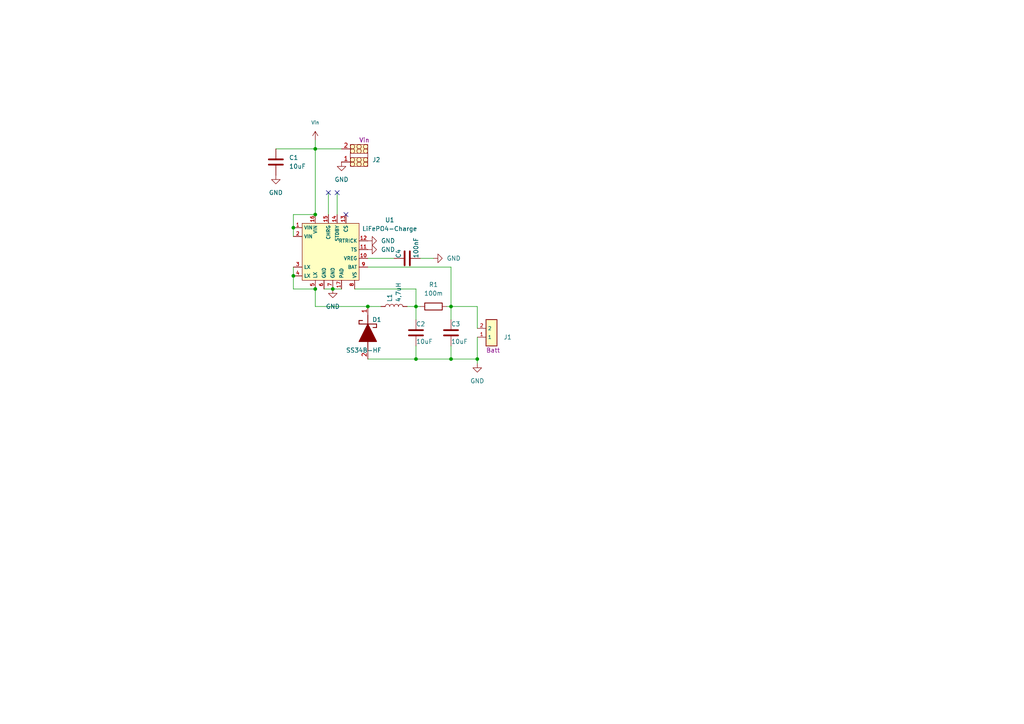
<source format=kicad_sch>
(kicad_sch (version 20250114) (generator "eeschema") (generator_version "9.0")
  (paper "A4")
  (lib_symbols
    (symbol "Device:C" (pin_numbers (hide yes)) (pin_names (offset 0.254))
      (property "Reference" "C" (at 0.635 2.54 0))
      (property "Value" "C" (at 0.635 -2.54 0))
      (symbol "C_0_1"
        (polyline (pts (xy -2.032 0.762) (xy 2.032 0.762)) (stroke (width 0.508)))
        (polyline (pts (xy -2.032 -0.762) (xy 2.032 -0.762)) (stroke (width 0.508)))
      )
      (symbol "C_1_1"
        (pin passive line (at 0 3.81 270) (length 2.794) (name "~") (number "1"))
        (pin passive line (at 0 -3.81 90) (length 2.794) (name "~") (number "2"))
      )
    )
    (symbol "Device:L" (pin_numbers (hide yes)) (pin_names (offset 1.016) (hide yes))
      (property "Reference" "L" (at -1.27 0 90))
      (property "Value" "L" (at 1.905 0 90))
      (symbol "L_0_1"
        (arc (start 0 2.54) (mid 0.6323 1.905) (end 0 1.27))
        (arc (start 0 1.27) (mid 0.6323 0.635) (end 0 0))
        (arc (start 0 0) (mid 0.6323 -0.635) (end 0 -1.27))
        (arc (start 0 -1.27) (mid 0.6323 -1.905) (end 0 -2.54))
      )
      (symbol "L_1_1"
        (pin passive line (at 0 3.81 270) (length 1.27) (name "1") (number "1"))
        (pin passive line (at 0 -3.81 90) (length 1.27) (name "2") (number "2"))
      )
    )
    (symbol "Device:R" (pin_numbers (hide yes)) (pin_names (offset 0))
      (property "Reference" "R" (at 2.032 0 90))
      (property "Value" "R" (at 0 0 90))
      (symbol "R_0_1"
        (rectangle (start -1.016 -2.54) (end 1.016 2.54) (stroke (width 0.254)))
      )
      (symbol "R_1_1"
        (pin passive line (at 0 3.81 270) (length 1.27) (name "~") (number "1"))
        (pin passive line (at 0 -3.81 90) (length 1.27) (name "~") (number "2"))
      )
    )
    (symbol "Marcus-PCB-Library:Conn_JST-XH_1x2"
      (property "Reference" "J" (at 6.35 6.604 0))
      (property "LABEL" "Conn_JST-XH_1x2" (at 7.62 3.81 0))
      (symbol "Conn_JST-XH_1x2_1_1"
        (rectangle (start 5.08 2.54) (end 8.255 -5.08) (stroke (width 0.254)) (fill (type background)))
        (pin passive line (at 2.54 0 0) (length 2.54) (name "1") (number "1"))
        (pin passive line (at 2.54 -2.54 0) (length 2.54) (name "2") (number "2"))
      )
    )
    (symbol "Marcus-PCB-Library:Conn_mech-solder-pad_1x2"
      (property "Reference" "J" (at 0 3.81 0))
      (property "LABEL" "mech.-solder-pad 1x2" (at 0.508 4.064 0))
      (symbol "Conn_mech-solder-pad_1x2_0_1"
        (polyline (pts (xy -2.54 -1.27) (xy -2.54 -2.54)))
        (circle (center -1.905 0.635) (radius 0.635))
        (circle (center -1.905 -0.635) (radius 0.635))
        (circle (center -1.905 -3.175) (radius 0.635))
        (circle (center -1.905 -4.445) (radius 0.635))
        (circle (center 0 0.635) (radius 0.635))
        (circle (center 0 -0.635) (radius 0.635))
        (circle (center 0 -3.175) (radius 0.635))
        (circle (center 0 -4.445) (radius 0.635))
        (circle (center 1.905 0.635) (radius 0.635))
        (circle (center 1.905 -0.635) (radius 0.635))
        (circle (center 1.905 -3.175) (radius 0.635))
        (circle (center 1.905 -4.445) (radius 0.635))
        (polyline (pts (xy 2.54 -2.54) (xy 2.54 -1.27)))
      )
      (symbol "Conn_mech-solder-pad_1x2_1_1"
        (rectangle (start -2.54 1.27) (end 2.54 -1.27) (fill (type background)))
        (rectangle (start -2.54 -2.54) (end 2.54 -5.08) (fill (type background)))
        (pin input line (at -5.08 0 0) (length 2.54) (name "") (number "1"))
        (pin input line (at -5.08 -3.81 0) (length 2.54) (name "") (number "2"))
      )
    )
    (symbol "Marcus-PCB-Library:SS34B-HF" (pin_names (hide yes))
      (property "Reference" "D" (at 8.636 8.382 0))
      (property "Value" "SS34B-HF" (at 5.588 5.588 0))
      (symbol "SS34B-HF_1_1"
        (polyline (pts (xy 5.08 0) (xy 7.62 0)) (stroke (width 0.254)))
        (polyline (pts (xy 6.604 -1.524) (xy 6.604 -2.54)) (stroke (width 0.254)))
        (polyline (pts (xy 7.62 2.54) (xy 7.62 -2.54)) (stroke (width 0.254)))
        (polyline (pts (xy 7.62 2.54) (xy 8.636 2.54)) (stroke (width 0.254)))
        (polyline (pts (xy 7.62 0) (xy 12.7 2.54) (xy 12.7 -2.54) (xy 7.62 0)) (stroke (width 0.254)) (fill (type outline)))
        (polyline (pts (xy 7.62 -2.54) (xy 6.604 -2.54)) (stroke (width 0.254)))
        (polyline (pts (xy 8.636 1.524) (xy 8.636 2.54)) (stroke (width 0.254)))
        (polyline (pts (xy 12.7 0) (xy 15.24 0)) (stroke (width 0.254)))
        (pin passive line (at 2.54 0 0) (length 2.54) (name "K") (number "1"))
        (pin passive line (at 17.78 0 180) (length 2.54) (name "A") (number "2"))
      )
    )
    (symbol "Marcus-PCB-Library:TP5000-QFN16"
      (property "Reference" "U" (at -2.032 1.778 0))
      (property "Value" "LiFePO4-Charge" (at 7.874 7.62 0))
      (symbol "TP5000-QFN16_1_1"
        (rectangle (start 0 0) (end 16.51 -16.51) (fill (type background)))
        (pin input line (at -2.54 -1.27 0) (length 2.54) (name "VIN") (number "1"))
        (pin input line (at -2.54 -3.81 0) (length 2.54) (name "VIN") (number "2"))
        (pin passive line (at -2.54 -12.7 0) (length 2.54) (name "LX") (number "3"))
        (pin passive line (at -2.54 -15.24 0) (length 2.54) (name "LX") (number "4"))
        (pin input line (at 3.81 2.54 270) (length 2.54) (name "VIN") (number "16"))
        (pin passive line (at 3.81 -19.05 90) (length 2.54) (name "LX") (number "5"))
        (pin input line (at 6.35 -19.05 90) (length 2.54) (name "GND") (number "6"))
        (pin output line (at 7.62 2.54 270) (length 2.54) (name "CHRG") (number "15"))
        (pin input line (at 8.89 -19.05 90) (length 2.54) (name "GND") (number "7"))
        (pin output line (at 10.16 2.54 270) (length 2.54) (name "STDBY") (number "14"))
        (pin input line (at 11.43 -19.05 90) (length 2.54) (name "PAD") (number "17"))
        (pin input line (at 12.7 2.54 270) (length 2.54) (name "CS") (number "13"))
        (pin input line (at 15.24 -19.05 90) (length 2.54) (name "VS") (number "8"))
        (pin input line (at 19.05 -5.08 180) (length 2.54) (name "RTRICK") (number "12"))
        (pin input line (at 19.05 -7.62 180) (length 2.54) (name "TS") (number "11"))
        (pin output line (at 19.05 -10.16 180) (length 2.54) (name "VREG") (number "10"))
        (pin input line (at 19.05 -12.7 180) (length 2.54) (name "BAT") (number "9"))
      )
    )
    (symbol "power:+1V0" (power) (pin_numbers (hide yes)) (pin_names (offset 0) (hide yes))
      (property "Value" "+1V0" (at 0 3.556 0))
      (symbol "+1V0_0_1"
        (polyline (pts (xy -0.762 1.27) (xy 0 2.54)))
        (polyline (pts (xy 0 2.54) (xy 0.762 1.27)))
        (polyline (pts (xy 0 0) (xy 0 2.54)))
      )
      (symbol "+1V0_1_1"
        (pin power_in line (at 0 0 90) (length 0) (name "~") (number "1"))
      )
    )
    (symbol "power:GND" (power) (pin_numbers (hide yes)) (pin_names (offset 0) (hide yes))
      (property "Value" "GND" (at 0 -3.81 0))
      (symbol "GND_0_1"
        (polyline (pts (xy 0 0) (xy 0 -1.27) (xy 1.27 -1.27) (xy 0 -2.54) (xy -1.27 -1.27) (xy 0 -1.27)))
      )
      (symbol "GND_1_1"
        (pin power_in line (at 0 0 270) (length 0) (name "~") (number "1"))
      )
    )
  )
  (junction (at 85.09 80.01))
  (junction (at 91.44 43.18))
  (junction (at 130.81 88.9))
  (junction (at 120.65 104.14))
  (junction (at 91.44 83.82))
  (junction (at 91.44 62.23))
  (junction (at 85.09 66.04))
  (junction (at 96.52 83.82))
  (junction (at 106.68 88.9))
  (junction (at 130.81 104.14))
  (junction (at 120.65 88.9))
  (junction (at 138.43 104.14))
  (no_connect (at 97.79 55.88))
  (no_connect (at 100.33 62.23))
  (no_connect (at 95.25 55.88))
  (wire (pts (xy 91.44 43.18) (xy 91.44 62.23)))
  (wire (pts (xy 97.79 55.88) (xy 97.79 62.23)))
  (wire (pts (xy 120.65 83.82) (xy 120.65 88.9)))
  (wire (pts (xy 96.52 83.82) (xy 99.06 83.82)))
  (wire (pts (xy 80.01 43.18) (xy 91.44 43.18)))
  (wire (pts (xy 85.09 66.04) (xy 85.09 62.23)))
  (wire (pts (xy 130.81 104.14) (xy 138.43 104.14)))
  (wire (pts (xy 106.68 77.47) (xy 130.81 77.47)))
  (wire (pts (xy 120.65 88.9) (xy 121.92 88.9)))
  (wire (pts (xy 130.81 88.9) (xy 129.54 88.9)))
  (wire (pts (xy 130.81 88.9) (xy 138.43 88.9)))
  (wire (pts (xy 106.68 88.9) (xy 110.49 88.9)))
  (wire (pts (xy 120.65 104.14) (xy 120.65 100.33)))
  (wire (pts (xy 91.44 88.9) (xy 91.44 83.82)))
  (wire (pts (xy 85.09 66.04) (xy 85.09 68.58)))
  (wire (pts (xy 106.68 74.93) (xy 114.3 74.93)))
  (wire (pts (xy 130.81 104.14) (xy 130.81 100.33)))
  (wire (pts (xy 106.68 104.14) (xy 120.65 104.14)))
  (wire (pts (xy 130.81 88.9) (xy 130.81 92.71)))
  (wire (pts (xy 91.44 43.18) (xy 99.06 43.18)))
  (wire (pts (xy 85.09 83.82) (xy 91.44 83.82)))
  (wire (pts (xy 138.43 105.41) (xy 138.43 104.14)))
  (wire (pts (xy 93.98 83.82) (xy 96.52 83.82)))
  (wire (pts (xy 85.09 80.01) (xy 85.09 83.82)))
  (wire (pts (xy 120.65 104.14) (xy 130.81 104.14)))
  (wire (pts (xy 120.65 88.9) (xy 120.65 92.71)))
  (wire (pts (xy 138.43 104.14) (xy 138.43 97.79)))
  (wire (pts (xy 95.25 55.88) (xy 95.25 62.23)))
  (wire (pts (xy 118.11 88.9) (xy 120.65 88.9)))
  (wire (pts (xy 85.09 62.23) (xy 91.44 62.23)))
  (wire (pts (xy 91.44 40.64) (xy 91.44 43.18)))
  (wire (pts (xy 121.92 74.93) (xy 125.73 74.93)))
  (wire (pts (xy 85.09 77.47) (xy 85.09 80.01)))
  (wire (pts (xy 91.44 88.9) (xy 106.68 88.9)))
  (wire (pts (xy 130.81 77.47) (xy 130.81 88.9)))
  (wire (pts (xy 138.43 88.9) (xy 138.43 95.25)))
  (wire (pts (xy 102.87 83.82) (xy 120.65 83.82)))
  (symbol (lib_id "Device:L") (at 114.3 88.9 90) (unit 1)
    (property "Reference" "L1" (at 113.0299 87.63 0) (effects (justify left)))
    (property "Value" "4,7uH" (at 115.5699 87.63 0) (effects (justify left)))
    (property "Footprint" "Inductor_SMD:L_APV_APH0630" (effects (hide yes)))
    (property "Description" "Inductor" (effects (hide yes)))
  )
  (symbol (lib_id "power:GND") (at 106.68 72.39 90) (unit 1)
    (property "Reference" "#PWR04" (effects (hide yes)))
    (property "Value" "GND" (at 110.49 72.3899 90) (effects (justify right)))
    (property "Description" "Power symbol creates a global label with name \"GND\" , ground" (effects (hide yes)))
  )
  (symbol (lib_id "Marcus-PCB-Library:SS34B-HF") (at 106.68 86.36 270) (unit 1)
    (property "Reference" "D1" (at 107.95 92.71 90) (effects (justify left)))
    (property "Value" "SS34B-HF" (at 100.33 101.6 90) (effects (justify left)))
    (property "Footprint" "Marcus-PCB-Library:DIOM5336X320N" (effects (hide yes)))
    (property "Datasheet" "https://www.mouser.jp/datasheet/2/80/SP-JB017_SS34B-HF_Thru._SS320B-HF_RevB-1847021.pdf" (effects (hide yes)))
    (property "Description" "Schottky Diodes & Rectifiers DIODE SCHOTTKY 3A 40V SMB" (effects (hide yes)))
    (property "Height" "3.2" (effects (hide yes)))
    (property "Mouser Part Number" "750-SS34B-HF" (effects (hide yes)))
    (property "Mouser Price/Stock" "https://www.mouser.co.uk/ProductDetail/Comchip-Technology/SS34B-HF?qs=vmHwEFxEFR9G1M%252BcUPG%2FxQ%3D%3D" (effects (hide yes)))
    (property "Manufacturer_Name" "Comchip Technology" (effects (hide yes)))
    (property "Manufacturer_Part_Number" "SS34B-HF" (effects (hide yes)))
  )
  (symbol (lib_id "power:GND") (at 99.06 46.99 0) (unit 1)
    (property "Reference" "#PWR08" (effects (hide yes)))
    (property "Value" "GND" (at 99.06 52.07 0))
    (property "Description" "Power symbol creates a global label with name \"GND\" , ground" (effects (hide yes)))
  )
  (symbol (lib_id "Marcus-PCB-Library:Conn_mech-solder-pad_1x2") (at 104.14 46.99 0) (mirror x) (unit 1)
    (property "Reference" "J2" (at 107.95 46.3551 0) (effects (justify left)))
    (property "Value" "mech.-solder-pad_1x2" (effects (hide yes)))
    (property "Footprint" "Marcus-PCB-Library:Conn_Mechc.-solder-pad_1x2" (effects (hide yes)))
    (property "Description" "pad, with some mechanical strength" (effects (hide yes)))
    (property "LABEL" "Vin" (at 104.14 40.64 0) (effects (justify left)))
  )
  (symbol (lib_id "power:GND") (at 106.68 69.85 90) (unit 1)
    (property "Reference" "#PWR05" (effects (hide yes)))
    (property "Value" "GND" (at 110.49 69.8499 90) (effects (justify right)))
    (property "Description" "Power symbol creates a global label with name \"GND\" , ground" (effects (hide yes)))
  )
  (symbol (lib_id "Marcus-PCB-Library:Conn_JST-XH_1x2") (at 135.89 97.79 0) (mirror x) (unit 1)
    (property "Reference" "J1" (at 146.05 97.7901 0) (effects (justify left)))
    (property "Value" "Conn_JST-XH_1x2" (effects (hide yes)))
    (property "Footprint" "Marcus-PCB-Library:Conn_JST-XH_1x2" (effects (hide yes)))
    (property "Datasheet" "https://www.jst-mfg.com/product/pdf/eng/eXH.pdf" (effects (hide yes)))
    (property "Description" "JST-XH_1x2 header" (effects (hide yes)))
    (property "LABEL" "Batt" (at 140.97 101.6 0) (effects (justify left)))
    (property "Height" "7" (effects (hide yes)))
    (property "Mouser Part Number" "306-B2B-XH-AMLFSNP" (effects (hide yes)))
    (property "Mouser Price/Stock" "https://www.mouser.at/ProductDetail/JST-Commercial/B2B-XH-ALFSN?qs=cdbOS8ANM9DdcSn9qRmfCw%3D%3D" (effects (hide yes)))
    (property "Manufacturer_Name" "JST (JAPAN SOLDERLESS TERMINALS)" (effects (hide yes)))
    (property "Manufacturer_Part_Number" "B2B-XH-A" (effects (hide yes)))
  )
  (symbol (lib_id "Device:R") (at 125.73 88.9 90) (unit 1)
    (property "Reference" "R1" (at 125.73 82.55 90))
    (property "Value" "100m" (at 125.73 85.09 90))
    (property "Footprint" "Resistor_SMD:R_1206_3216Metric_Pad1.30x1.75mm_HandSolder" (effects (hide yes)))
    (property "Description" "Resistor" (effects (hide yes)))
  )
  (symbol (lib_id "power:GND") (at 80.01 50.8 0) (unit 1)
    (property "Reference" "#PWR03" (effects (hide yes)))
    (property "Value" "GND" (at 80.01 55.88 0))
    (property "Description" "Power symbol creates a global label with name \"GND\" , ground" (effects (hide yes)))
  )
  (symbol (lib_id "Device:C") (at 118.11 74.93 90) (unit 1)
    (property "Reference" "C4" (at 115.57 74.93 0) (effects (justify left)))
    (property "Value" "100nF" (at 120.65 74.93 0) (effects (justify left)))
    (property "Footprint" "Capacitor_SMD:C_0805_2012Metric_Pad1.18x1.45mm_HandSolder" (effects (hide yes)))
    (property "Description" "Unpolarized capacitor" (effects (hide yes)))
  )
  (symbol (lib_id "Marcus-PCB-Library:TP5000-QFN16") (at 87.63 64.77 0) (unit 1)
    (property "Reference" "U1" (at 113.03 63.8012 0))
    (property "Value" "LiFePO4-Charge" (at 113.03 66.3412 0))
    (property "Footprint" "Marcus-PCB-Library:TP5000-QFN16" (effects (hide yes)))
    (property "Datasheet" "https://www.lcsc.com/datasheet/C51699.pdf" (effects (hide yes)))
    (property "Description" "LiFePO4-Charge-IC" (effects (hide yes)))
  )
  (symbol (lib_id "power:GND") (at 96.52 83.82 0) (unit 1)
    (property "Reference" "#PWR01" (effects (hide yes)))
    (property "Value" "GND" (at 96.52 88.9 0))
    (property "Description" "Power symbol creates a global label with name \"GND\" , ground" (effects (hide yes)))
  )
  (symbol (lib_id "Device:C") (at 130.81 96.52 0) (unit 1)
    (property "Reference" "C3" (at 130.81 93.98 0) (effects (justify left)))
    (property "Value" "10uF" (at 130.81 99.06 0) (effects (justify left)))
    (property "Footprint" "Capacitor_SMD:C_0805_2012Metric_Pad1.18x1.45mm_HandSolder" (effects (hide yes)))
    (property "Description" "Unpolarized capacitor" (effects (hide yes)))
  )
  (symbol (lib_id "Device:C") (at 120.65 96.52 0) (unit 1)
    (property "Reference" "C2" (at 120.65 93.98 0) (effects (justify left)))
    (property "Value" "10uF" (at 120.65 99.06 0) (effects (justify left)))
    (property "Footprint" "Capacitor_SMD:C_0805_2012Metric_Pad1.18x1.45mm_HandSolder" (effects (hide yes)))
    (property "Description" "Unpolarized capacitor" (effects (hide yes)))
  )
  (symbol (lib_id "Device:C") (at 80.01 46.99 0) (unit 1)
    (property "Reference" "C1" (at 83.82 45.7199 0) (effects (justify left)))
    (property "Value" "10uF" (at 83.82 48.2599 0) (effects (justify left)))
    (property "Footprint" "Capacitor_SMD:C_0805_2012Metric_Pad1.18x1.45mm_HandSolder" (effects (hide yes)))
    (property "Description" "Unpolarized capacitor" (effects (hide yes)))
  )
  (symbol (lib_id "power:+1V0") (at 91.44 40.64 0) (unit 1)
    (property "Reference" "#PWR02" (effects (hide yes)))
    (property "Value" "Vin" (at 91.44 35.56 0) (effects (font (size 1 1))))
    (property "Description" "Power symbol creates a global label with name \"+1V0\"" (effects (hide yes)))
  )
  (symbol (lib_id "power:GND") (at 125.73 74.93 90) (unit 1)
    (property "Reference" "#PWR07" (effects (hide yes)))
    (property "Value" "GND" (at 129.54 74.9299 90) (effects (justify right)))
    (property "Description" "Power symbol creates a global label with name \"GND\" , ground" (effects (hide yes)))
  )
  (symbol (lib_id "power:GND") (at 138.43 105.41 0) (unit 1)
    (property "Reference" "#PWR06" (effects (hide yes)))
    (property "Value" "GND" (at 138.43 110.49 0))
    (property "Description" "Power symbol creates a global label with name \"GND\" , ground" (effects (hide yes)))
  )
)
</source>
